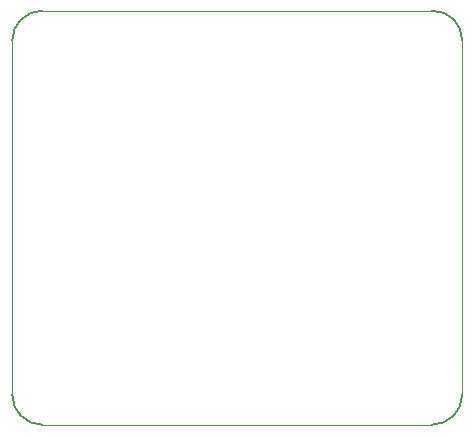
<source format=gbr>
%TF.GenerationSoftware,KiCad,Pcbnew,6.0.4-6f826c9f35~116~ubuntu21.10.1*%
%TF.CreationDate,2022-06-30T17:00:37-06:00*%
%TF.ProjectId,Flipper_DeAuther_2,466c6970-7065-4725-9f44-654175746865,rev?*%
%TF.SameCoordinates,Original*%
%TF.FileFunction,Profile,NP*%
%FSLAX46Y46*%
G04 Gerber Fmt 4.6, Leading zero omitted, Abs format (unit mm)*
G04 Created by KiCad (PCBNEW 6.0.4-6f826c9f35~116~ubuntu21.10.1) date 2022-06-30 17:00:37*
%MOMM*%
%LPD*%
G01*
G04 APERTURE LIST*
%TA.AperFunction,Profile*%
%ADD10C,0.150000*%
%TD*%
%TA.AperFunction,Profile*%
%ADD11C,0.100000*%
%TD*%
G04 APERTURE END LIST*
D10*
X160451807Y-111252007D02*
G75*
G03*
X162991807Y-108711999I-7J2540007D01*
G01*
D11*
X124891807Y-108711999D02*
X124891807Y-78740000D01*
D10*
X162991800Y-78740000D02*
G75*
G03*
X160451807Y-76200000I-2487500J52500D01*
G01*
X127431807Y-76200007D02*
G75*
G03*
X124891807Y-78740000I-7J-2539993D01*
G01*
X124891801Y-108711999D02*
G75*
G03*
X127431807Y-111251999I2539999J-1D01*
G01*
D11*
X127431807Y-76200000D02*
X160451807Y-76200000D01*
X160451807Y-111251999D02*
X127431807Y-111251999D01*
X162991807Y-78740000D02*
X162991807Y-108711999D01*
M02*

</source>
